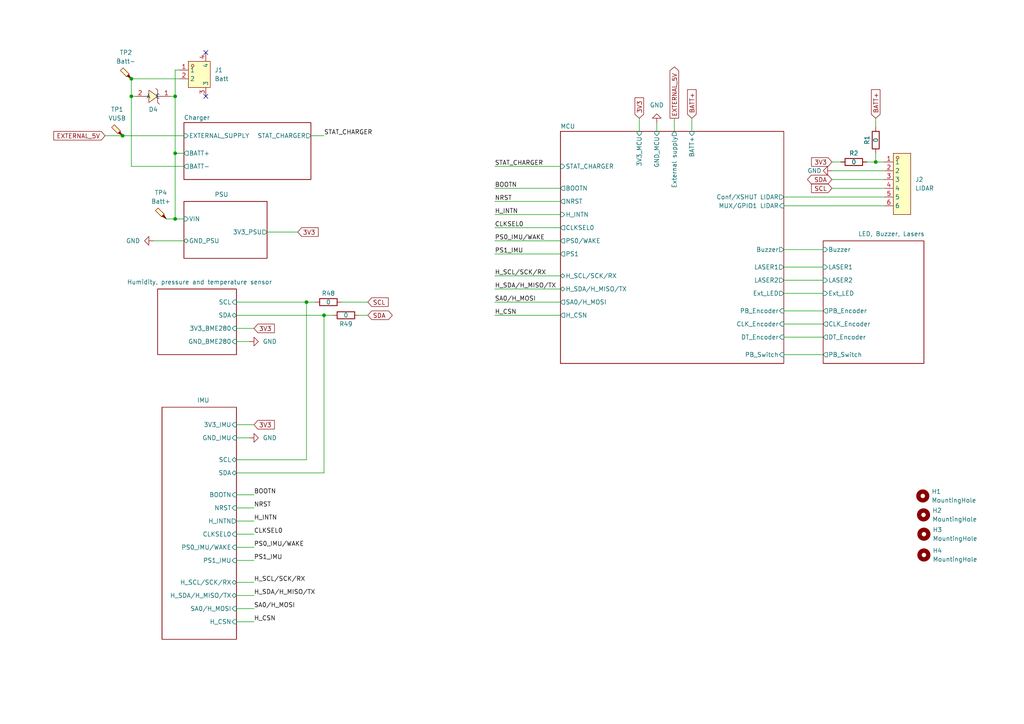
<source format=kicad_sch>
(kicad_sch (version 20250114) (generator "eeschema") (generator_version "9.0")
  (paper "A4")
  (lib_symbols
    (symbol "Connector:TestPoint_Probe" (pin_numbers (hide yes)) (pin_names (offset 0.762) (hide yes))
      (property "Reference" "TP" (at 1.651 5.842 0))
      (property "Value" "TestPoint_Probe" (at 1.651 4.064 0))
      (symbol "TestPoint_Probe_0_1"
        (polyline (pts (xy 1.27 0.762) (xy 0 0) (xy 0.762 1.27) (xy 1.27 0.762)) (fill (type outline)))
        (polyline (pts (xy 1.397 0.635) (xy 0.635 1.397) (xy 2.413 3.175) (xy 3.175 2.413) (xy 1.397 0.635)) (fill (type background)))
      )
      (symbol "TestPoint_Probe_1_1"
        (pin passive line (at 0 0 90) (length 0) (name "1") (number "1"))
      )
    )
    (symbol "Device:R" (pin_numbers (hide yes)) (pin_names (offset 0))
      (property "Reference" "R" (at 2.032 0 90))
      (property "Value" "R" (at 0 0 90))
      (symbol "R_0_1"
        (rectangle (start -1.016 -2.54) (end 1.016 2.54) (stroke (width 0.254)))
      )
      (symbol "R_1_1"
        (pin passive line (at 0 3.81 270) (length 1.27) (name "~") (number "1"))
        (pin passive line (at 0 -3.81 90) (length 1.27) (name "~") (number "2"))
      )
    )
    (symbol "Mechanical:MountingHole" (pin_names (offset 1.016)) (exclude_from_sim yes) (in_bom no)
      (property "Reference" "H" (at 0 5.08 0))
      (property "Value" "MountingHole" (at 0 3.175 0))
      (symbol "MountingHole_0_1"
        (circle (center 0 0) (radius 1.27) (stroke (width 1.27)))
      )
    )
    (symbol "easyeda2kicad:BX-MX1.25-6PZZ-Y"
      (property "Reference" "CN" (at 0 11.43 0))
      (property "Value" "BX-MX1.25-6PZZ-Y" (at 0 -11.43 0))
      (symbol "BX-MX1.25-6PZZ-Y_0_1"
        (rectangle (start -2.54 8.89) (end 2.54 -8.89) (fill (type background)))
        (circle (center -1.27 7.62) (radius 0.38))
        (pin unspecified line (at -5.08 6.35 0) (length 2.54) (name "1") (number "1"))
        (pin unspecified line (at -5.08 3.81 0) (length 2.54) (name "2") (number "2"))
        (pin unspecified line (at -5.08 1.27 0) (length 2.54) (name "3") (number "3"))
        (pin unspecified line (at -5.08 -1.27 0) (length 2.54) (name "4") (number "4"))
        (pin unspecified line (at -5.08 -3.81 0) (length 2.54) (name "5") (number "5"))
        (pin unspecified line (at -5.08 -6.35 0) (length 2.54) (name "6") (number "6"))
      )
    )
    (symbol "easyeda2kicad:S2B-PH-SM4-TB(LF)(SN)"
      (property "Reference" "CN" (at 0 11.43 0))
      (property "Value" "S2B-PH-SM4-TB(LF)(SN)" (at 0 -11.43 0))
      (symbol "S2B-PH-SM4-TB(LF)(SN)_0_1"
        (rectangle (start -1.27 3.81) (end 5.08 -3.81) (fill (type background)))
        (circle (center 0 2.54) (radius 0.38))
        (pin unspecified line (at -3.81 1.27 0) (length 2.54) (name "1") (number "1"))
        (pin unspecified line (at -3.81 -1.27 0) (length 2.54) (name "2") (number "2"))
        (pin unspecified line (at 3.81 6.35 270) (length 2.54) (name "4") (number "4"))
        (pin unspecified line (at 3.81 -6.35 90) (length 2.54) (name "3") (number "3"))
      )
    )
    (symbol "easyeda2kicad:SLESD4V5S"
      (property "Reference" "D" (at 0 5.08 0))
      (property "Value" "SLESD4V5S" (at 0 -5.08 0))
      (symbol "SLESD4V5S_0_1"
        (polyline (pts (xy -1.78 2.29) (xy -1.78 2.29) (xy -1.27 1.78) (xy -1.27 -1.78) (xy -0.76 -2.29) (xy -0.76 -2.29)))
        (polyline (pts (xy -1.27 0) (xy -2.54 0)))
        (polyline (pts (xy 1.27 1.78) (xy -1.27 0) (xy 1.27 -1.78) (xy 1.27 1.78)) (fill (type background)))
        (polyline (pts (xy 2.54 0) (xy 1.27 0)))
        (pin unspecified line (at -5.08 0 0) (length 2.54) (name "C") (number "1"))
        (pin unspecified line (at 5.08 0 180) (length 2.54) (name "A") (number "2"))
      )
    )
    (symbol "power:GND" (power) (pin_numbers (hide yes)) (pin_names (offset 0) (hide yes))
      (property "Value" "GND" (at 0 -3.81 0))
      (symbol "GND_0_1"
        (polyline (pts (xy 0 0) (xy 0 -1.27) (xy 1.27 -1.27) (xy 0 -2.54) (xy -1.27 -1.27) (xy 0 -1.27)))
      )
      (symbol "GND_1_1"
        (pin power_in line (at 0 0 270) (length 0) (name "~") (number "1"))
      )
    )
  )
  (junction (at 50.8 27.94))
  (junction (at 38.1 22.86))
  (junction (at 50.8 44.45))
  (junction (at 38.1 27.94))
  (junction (at 35.56 39.37))
  (junction (at 93.98 91.44))
  (junction (at 254 46.99))
  (junction (at 50.8 63.5))
  (junction (at 88.9 87.63))
  (no_connect (at 59.69 27.94))
  (no_connect (at 59.69 15.24))
  (wire (pts (xy 68.58 172.72) (xy 73.66 172.72)))
  (wire (pts (xy 68.58 91.44) (xy 93.98 91.44)))
  (wire (pts (xy 227.33 72.39) (xy 238.76 72.39)))
  (wire (pts (xy 254 34.29) (xy 254 36.83)))
  (wire (pts (xy 227.33 57.15) (xy 256.54 57.15)))
  (wire (pts (xy 143.51 62.23) (xy 162.56 62.23)))
  (wire (pts (xy 68.58 95.25) (xy 73.66 95.25)))
  (wire (pts (xy 88.9 87.63) (xy 91.44 87.63)))
  (wire (pts (xy 68.58 151.13) (xy 73.66 151.13)))
  (wire (pts (xy 68.58 99.06) (xy 72.39 99.06)))
  (wire (pts (xy 143.51 87.63) (xy 162.56 87.63)))
  (wire (pts (xy 50.8 20.32) (xy 50.8 27.94)))
  (wire (pts (xy 77.47 67.31) (xy 86.36 67.31)))
  (wire (pts (xy 93.98 91.44) (xy 96.52 91.44)))
  (wire (pts (xy 52.07 20.32) (xy 50.8 20.32)))
  (wire (pts (xy 44.45 69.85) (xy 53.34 69.85)))
  (wire (pts (xy 190.5 35.56) (xy 190.5 38.1)))
  (wire (pts (xy 68.58 158.75) (xy 73.66 158.75)))
  (wire (pts (xy 68.58 176.53) (xy 73.66 176.53)))
  (wire (pts (xy 227.33 59.69) (xy 256.54 59.69)))
  (wire (pts (xy 68.58 133.35) (xy 88.9 133.35)))
  (wire (pts (xy 50.8 63.5) (xy 53.34 63.5)))
  (wire (pts (xy 68.58 168.91) (xy 73.66 168.91)))
  (wire (pts (xy 48.26 63.5) (xy 50.8 63.5)))
  (wire (pts (xy 68.58 180.34) (xy 73.66 180.34)))
  (wire (pts (xy 50.8 44.45) (xy 53.34 44.45)))
  (wire (pts (xy 38.1 22.86) (xy 38.1 27.94)))
  (wire (pts (xy 68.58 162.56) (xy 73.66 162.56)))
  (wire (pts (xy 143.51 91.44) (xy 162.56 91.44)))
  (wire (pts (xy 254 46.99) (xy 256.54 46.99)))
  (wire (pts (xy 227.33 93.98) (xy 238.76 93.98)))
  (wire (pts (xy 195.58 34.29) (xy 195.58 38.1)))
  (wire (pts (xy 227.33 102.87) (xy 238.76 102.87)))
  (wire (pts (xy 38.1 48.26) (xy 53.34 48.26)))
  (wire (pts (xy 99.06 87.63) (xy 106.68 87.63)))
  (wire (pts (xy 143.51 80.01) (xy 162.56 80.01)))
  (wire (pts (xy 104.14 91.44) (xy 106.68 91.44)))
  (wire (pts (xy 68.58 123.19) (xy 73.66 123.19)))
  (wire (pts (xy 90.17 39.37) (xy 93.98 39.37)))
  (wire (pts (xy 38.1 27.94) (xy 38.1 48.26)))
  (wire (pts (xy 251.46 46.99) (xy 254 46.99)))
  (wire (pts (xy 227.33 77.47) (xy 238.76 77.47)))
  (wire (pts (xy 68.58 137.16) (xy 93.98 137.16)))
  (wire (pts (xy 143.51 69.85) (xy 162.56 69.85)))
  (wire (pts (xy 241.3 46.99) (xy 243.84 46.99)))
  (wire (pts (xy 38.1 27.94) (xy 39.37 27.94)))
  (wire (pts (xy 68.58 143.51) (xy 73.66 143.51)))
  (wire (pts (xy 68.58 147.32) (xy 73.66 147.32)))
  (wire (pts (xy 68.58 127) (xy 72.39 127)))
  (wire (pts (xy 241.3 49.53) (xy 256.54 49.53)))
  (wire (pts (xy 162.56 54.61) (xy 143.51 54.61)))
  (wire (pts (xy 143.51 66.04) (xy 162.56 66.04)))
  (wire (pts (xy 227.33 90.17) (xy 238.76 90.17)))
  (wire (pts (xy 227.33 81.28) (xy 238.76 81.28)))
  (wire (pts (xy 88.9 87.63) (xy 68.58 87.63)))
  (wire (pts (xy 49.53 27.94) (xy 50.8 27.94)))
  (wire (pts (xy 241.3 54.61) (xy 256.54 54.61)))
  (wire (pts (xy 50.8 27.94) (xy 50.8 44.45)))
  (wire (pts (xy 88.9 133.35) (xy 88.9 87.63)))
  (wire (pts (xy 241.3 52.07) (xy 256.54 52.07)))
  (wire (pts (xy 143.51 73.66) (xy 162.56 73.66)))
  (wire (pts (xy 254 44.45) (xy 254 46.99)))
  (wire (pts (xy 50.8 44.45) (xy 50.8 63.5)))
  (wire (pts (xy 200.66 34.29) (xy 200.66 38.1)))
  (wire (pts (xy 38.1 22.86) (xy 52.07 22.86)))
  (wire (pts (xy 93.98 91.44) (xy 93.98 137.16)))
  (wire (pts (xy 227.33 85.09) (xy 238.76 85.09)))
  (wire (pts (xy 143.51 58.42) (xy 162.56 58.42)))
  (wire (pts (xy 143.51 48.26) (xy 162.56 48.26)))
  (wire (pts (xy 227.33 97.79) (xy 238.76 97.79)))
  (wire (pts (xy 68.58 154.94) (xy 73.66 154.94)))
  (wire (pts (xy 185.42 34.29) (xy 185.42 38.1)))
  (wire (pts (xy 35.56 39.37) (xy 53.34 39.37)))
  (wire (pts (xy 30.48 39.37) (xy 35.56 39.37)))
  (wire (pts (xy 143.51 83.82) (xy 162.56 83.82)))
  (label "H_SCL{slash}SCK{slash}RX" (at 73.66 168.91 0))
  (label "SA0{slash}H_MOSI" (at 143.51 87.63 0))
  (label "PS0_IMU{slash}WAKE" (at 143.51 69.85 0))
  (label "H_CSN" (at 143.51 91.44 0))
  (label "NRST" (at 143.51 58.42 0))
  (label "H_INTN" (at 143.51 62.23 0))
  (label "STAT_CHARGER" (at 143.51 48.26 0))
  (label "PS1_IMU" (at 73.66 162.56 0))
  (label "CLKSEL0" (at 73.66 154.94 0))
  (label "NRST" (at 73.66 147.32 0))
  (label "H_INTN" (at 73.66 151.13 0))
  (label "PS0_IMU{slash}WAKE" (at 73.66 158.75 0))
  (label "CLKSEL0" (at 143.51 66.04 0))
  (label "H_SCL{slash}SCK{slash}RX" (at 143.51 80.01 0))
  (label "STAT_CHARGER" (at 93.98 39.37 0))
  (label "H_SDA{slash}H_MISO{slash}TX" (at 143.51 83.82 0))
  (label "H_CSN" (at 73.66 180.34 0))
  (label "PS1_IMU" (at 143.51 73.66 0))
  (label "H_SDA{slash}H_MISO{slash}TX" (at 73.66 172.72 0))
  (label "SA0{slash}H_MOSI" (at 73.66 176.53 0))
  (label "BOOTN" (at 73.66 143.51 0))
  (label "BOOTN" (at 143.51 54.61 0))
  (global_label "3V3" (shape input) (at 241.3 46.99 180) (property "Intersheetrefs" "${INTERSHEET_REFS}" (effects (hide yes))))
  (global_label "SDA" (shape bidirectional) (at 106.68 91.44 0) (property "Intersheetrefs" "${INTERSHEET_REFS}" (effects (hide yes))))
  (global_label "BATT+" (shape input) (at 200.66 34.29 90) (property "Intersheetrefs" "${INTERSHEET_REFS}" (effects (hide yes))))
  (global_label "3V3" (shape input) (at 73.66 95.25 0) (property "Intersheetrefs" "${INTERSHEET_REFS}" (effects (hide yes))))
  (global_label "3V3" (shape input) (at 185.42 34.29 90) (property "Intersheetrefs" "${INTERSHEET_REFS}" (effects (hide yes))))
  (global_label "SCL" (shape input) (at 106.68 87.63 0) (property "Intersheetrefs" "${INTERSHEET_REFS}" (effects (hide yes))))
  (global_label "3V3" (shape input) (at 86.36 67.31 0) (property "Intersheetrefs" "${INTERSHEET_REFS}" (effects (hide yes))))
  (global_label "EXTERNAL_5V" (shape input) (at 30.48 39.37 180) (property "Intersheetrefs" "${INTERSHEET_REFS}" (effects (hide yes))))
  (global_label "SCL" (shape input) (at 241.3 54.61 180) (property "Intersheetrefs" "${INTERSHEET_REFS}" (effects (hide yes))))
  (global_label "BATT+" (shape input) (at 254 34.29 90) (property "Intersheetrefs" "${INTERSHEET_REFS}" (effects (hide yes))))
  (global_label "EXTERNAL_5V" (shape output) (at 195.58 34.29 90) (property "Intersheetrefs" "${INTERSHEET_REFS}" (effects (hide yes))))
  (global_label "SDA" (shape bidirectional) (at 241.3 52.07 180) (property "Intersheetrefs" "${INTERSHEET_REFS}" (effects (hide yes))))
  (global_label "3V3" (shape input) (at 73.66 123.19 0) (property "Intersheetrefs" "${INTERSHEET_REFS}" (effects (hide yes))))
  (symbol (lib_id "easyeda2kicad:BX-MX1.25-6PZZ-Y") (at 261.62 53.34 0) (unit 1)
    (property "Reference" "J2" (at 265.43 52.0699 0) (effects (justify left)))
    (property "Value" "LIDAR" (at 265.43 54.6099 0) (effects (justify left)))
    (property "Footprint" "easyeda2kicad:CONN-TH_6P-P1.25_BX-MX1.25-6PZZ" (effects (hide yes)))
    (property "LCSC Part" "C22388452" (effects (hide yes)))
  )
  (symbol (lib_id "easyeda2kicad:S2B-PH-SM4-TB(LF)(SN)") (at 55.88 21.59 0) (unit 1)
    (property "Reference" "J1" (at 62.23 20.3199 0) (effects (justify left)))
    (property "Value" "Batt" (at 62.23 22.8599 0) (effects (justify left)))
    (property "Footprint" "easyeda2kicad:CONN-SMD_P2.00_S2B-PH-SM4-TB-LF-SN" (effects (hide yes)))
    (property "Datasheet" "https://lcsc.com/product-detail/_JST-Sales-America_S2B-PH-SM4-TB-LF-SN_JST-Sales-America-S2B-PH-SM4-TB-LF-SN_C295747.html" (effects (hide yes)))
    (property "Description" "S2B-PH-SM4-TB(LF)(SN)" (effects (hide yes)))
    (property "LCSC Part" "C295747" (effects (hide yes)))
  )
  (symbol (lib_id "power:GND") (at 72.39 127 90) (unit 1)
    (property "Reference" "#PWR03" (effects (hide yes)))
    (property "Value" "GND" (at 76.2 126.9999 90) (effects (justify right)))
    (property "Description" "Power symbol creates a global label with name \"GND\" , ground" (effects (hide yes)))
  )
  (symbol (lib_id "power:GND") (at 44.45 69.85 270) (unit 1)
    (property "Reference" "#PWR01" (effects (hide yes)))
    (property "Value" "GND" (at 40.64 69.8499 90) (effects (justify right)))
    (property "Description" "Power symbol creates a global label with name \"GND\" , ground" (effects (hide yes)))
  )
  (symbol (lib_id "Mechanical:MountingHole") (at 267.97 160.9711 0) (unit 1) (exclude_from_sim yes) (in_bom no)
    (property "Reference" "H4" (at 270.51 159.701 0) (effects (justify left)))
    (property "Value" "MountingHole" (at 270.51 162.241 0) (effects (justify left)))
    (property "Footprint" "MountingHole:MountingHole_3.2mm_M3_DIN965_Pad" (effects (hide yes)))
    (property "Description" "Mounting Hole without connection" (effects (hide yes)))
  )
  (symbol (lib_id "Mechanical:MountingHole") (at 267.97 154.94 0) (unit 1) (exclude_from_sim yes) (in_bom no)
    (property "Reference" "H3" (at 270.51 153.6699 0) (effects (justify left)))
    (property "Value" "MountingHole" (at 270.51 156.2099 0) (effects (justify left)))
    (property "Footprint" "MountingHole:MountingHole_3.2mm_M3_DIN965_Pad" (effects (hide yes)))
    (property "Description" "Mounting Hole without connection" (effects (hide yes)))
  )
  (symbol (lib_id "easyeda2kicad:SLESD4V5S") (at 44.45 27.94 180) (unit 1)
    (property "Reference" "D4" (at 44.45 31.75 0))
    (property "Value" "SLESD4V5S" (effects (hide yes)))
    (property "Footprint" "easyeda2kicad:SOD-323_L1.7-W1.3-LS2.6-RD-1" (effects (hide yes)))
    (property "LCSC Part" "C5155454" (effects (hide yes)))
  )
  (symbol (lib_id "Mechanical:MountingHole") (at 267.647 143.8471 0) (unit 1) (exclude_from_sim yes) (in_bom no)
    (property "Reference" "H1" (at 270.187 142.577 0) (effects (justify left)))
    (property "Value" "MountingHole" (at 270.187 145.117 0) (effects (justify left)))
    (property "Footprint" "MountingHole:MountingHole_3.2mm_M3_DIN965_Pad" (effects (hide yes)))
    (property "Description" "Mounting Hole without connection" (effects (hide yes)))
  )
  (symbol (lib_id "Connector:TestPoint_Probe") (at 35.56 39.37 90) (unit 1)
    (property "Reference" "TP1" (at 33.9725 31.75 90))
    (property "Value" "VUSB" (at 33.9725 34.29 90))
    (property "Footprint" "TestPoint:TestPoint_Pad_D1.0mm" (effects (hide yes)))
    (property "Description" "test point (alternative probe-style design)" (effects (hide yes)))
  )
  (symbol (lib_id "Mechanical:MountingHole") (at 267.8623 149.3397 0) (unit 1) (exclude_from_sim yes) (in_bom no)
    (property "Reference" "H2" (at 270.4023 148.0696 0) (effects (justify left)))
    (property "Value" "MountingHole" (at 270.4023 150.6096 0) (effects (justify left)))
    (property "Footprint" "MountingHole:MountingHole_3.2mm_M3_DIN965_Pad" (effects (hide yes)))
    (property "Description" "Mounting Hole without connection" (effects (hide yes)))
  )
  (symbol (lib_id "Connector:TestPoint_Probe") (at 48.26 63.5 90) (unit 1)
    (property "Reference" "TP4" (at 46.6725 55.88 90))
    (property "Value" "Batt+" (at 46.6725 58.42 90))
    (property "Footprint" "TestPoint:TestPoint_Pad_D1.0mm" (effects (hide yes)))
    (property "Description" "test point (alternative probe-style design)" (effects (hide yes)))
  )
  (symbol (lib_id "power:GND") (at 190.5 35.56 180) (unit 1)
    (property "Reference" "#PWR04" (effects (hide yes)))
    (property "Value" "GND" (at 190.5 30.48 0))
    (property "Description" "Power symbol creates a global label with name \"GND\" , ground" (effects (hide yes)))
  )
  (symbol (lib_id "Device:R") (at 100.33 91.44 90) (unit 1) (exclude_from_sim yes) (in_bom no)
    (property "Reference" "R49" (at 100.33 93.98 90))
    (property "Value" "0" (at 100.33 91.44 90))
    (property "Footprint" "easyeda2kicad:R0603" (effects (hide yes)))
    (property "LCSC Part" "C21189" (effects (hide yes)))
  )
  (symbol (lib_id "Connector:TestPoint_Probe") (at 38.1 22.86 90) (unit 1)
    (property "Reference" "TP2" (at 36.5125 15.24 90))
    (property "Value" "Batt-" (at 36.5125 17.78 90))
    (property "Footprint" "TestPoint:TestPoint_Pad_1.0x1.0mm" (effects (hide yes)))
    (property "Description" "test point (alternative probe-style design)" (effects (hide yes)))
  )
  (symbol (lib_id "Device:R") (at 254 40.64 180) (unit 1)
    (property "Reference" "R1" (at 251.46 40.64 90))
    (property "Value" "0" (at 254 40.64 90))
    (property "Footprint" "easyeda2kicad:R0603" (effects (hide yes)))
    (property "LCSC Part" "C21189" (effects (hide yes)))
  )
  (symbol (lib_id "Device:R") (at 247.65 46.99 90) (unit 1) (exclude_from_sim yes) (in_bom no)
    (property "Reference" "R2" (at 247.65 44.45 90))
    (property "Value" "0" (at 247.65 46.99 90))
    (property "Footprint" "easyeda2kicad:R0603" (effects (hide yes)))
    (property "LCSC Part" "C21189" (effects (hide yes)))
  )
  (symbol (lib_id "Device:R") (at 95.25 87.63 90) (unit 1) (exclude_from_sim yes) (in_bom no)
    (property "Reference" "R48" (at 95.25 85.09 90))
    (property "Value" "0" (at 95.25 87.63 90))
    (property "Footprint" "easyeda2kicad:R0603" (effects (hide yes)))
    (property "LCSC Part" "C21189" (effects (hide yes)))
  )
  (symbol (lib_id "power:GND") (at 241.3 49.53 270) (unit 1)
    (property "Reference" "#PWR05" (effects (hide yes)))
    (property "Value" "GND" (at 236.22 49.53 90))
    (property "Description" "Power symbol creates a global label with name \"GND\" , ground" (effects (hide yes)))
  )
  (symbol (lib_id "power:GND") (at 72.39 99.06 90) (unit 1)
    (property "Reference" "#PWR02" (effects (hide yes)))
    (property "Value" "GND" (at 76.2 99.0599 90) (effects (justify right)))
    (property "Description" "Power symbol creates a global label with name \"GND\" , ground" (effects (hide yes)))
  )
  (sheet (at 45.72 83.82) (size 22.86 19.05) (stroke (width 0.1524))
    (property "Sheetname" "Humidity, pressure and temperature sensor" (at 36.83 82.55 0) (effects (justify left bottom)))
    (property "Sheetfile" "Schematic_sheet/BME280.kicad_sch" (effects (hide yes)))
    (pin "SCL" input (at 68.58 87.63 0))
    (pin "3V3_BME280" input (at 68.58 95.25 0))
    (pin "GND_BME280" input (at 68.58 99.06 0))
    (pin "SDA" bidirectional (at 68.58 91.44 0))
  )
  (sheet (at 162.56 38.1) (size 64.77 67.31) (stroke (width 0.1524))
    (property "Sheetname" "MCU" (at 162.56 37.3884 0) (effects (justify left bottom)))
    (property "Sheetfile" "Schematic_sheet/mcu.kicad_sch" (effects (hide yes)))
    (pin "GND_MCU" input (at 190.5 38.1 90))
    (pin "3V3_MCU" input (at 185.42 38.1 90))
    (pin "STAT_CHARGER" input (at 162.56 48.26 180))
    (pin "BATT+" input (at 200.66 38.1 90))
    (pin "BOOTN" output (at 162.56 54.61 180))
    (pin "H_SCL{slash}SCK{slash}RX" bidirectional (at 162.56 80.01 180))
    (pin "PS0{slash}WAKE" output (at 162.56 69.85 180))
    (pin "NRST" output (at 162.56 58.42 180))
    (pin "H_INTN" input (at 162.56 62.23 180))
    (pin "PS1" output (at 162.56 73.66 180))
    (pin "H_SDA{slash}H_MISO{slash}TX" bidirectional (at 162.56 83.82 180))
    (pin "SA0{slash}H_MOSI" output (at 162.56 87.63 180))
    (pin "H_CSN" output (at 162.56 91.44 180))
    (pin "CLKSEL0" output (at 162.56 66.04 180))
    (pin "Ext_LED" output (at 227.33 85.09 0))
    (pin "Buzzer" output (at 227.33 72.39 0))
    (pin "LASER2" output (at 227.33 81.28 0))
    (pin "LASER1" output (at 227.33 77.47 0))
    (pin "MUX{slash}GPIO1 LIDAR" input (at 227.33 59.69 0))
    (pin "Conf{slash}XSHUT LIDAR" output (at 227.33 57.15 0))
    (pin "External supply" output (at 195.58 38.1 90))
    (pin "PB_Switch" input (at 227.33 102.87 0))
    (pin "DT_Encoder" input (at 227.33 97.79 0))
    (pin "PB_Encoder" input (at 227.33 90.17 0))
    (pin "CLK_Encoder" input (at 227.33 93.98 0))
  )
  (sheet (at 46.99 118.11) (size 21.59 67.31) (stroke (width 0.1524))
    (property "Sheetname" "IMU" (at 57.15 116.84 0) (effects (justify left bottom)))
    (property "Sheetfile" "BNO085.kicad_sch" (effects (hide yes)))
    (pin "3V3_IMU" input (at 68.58 123.19 0))
    (pin "GND_IMU" input (at 68.58 127 0))
    (pin "SDA" bidirectional (at 68.58 137.16 0))
    (pin "SCL" bidirectional (at 68.58 133.35 0))
    (pin "H_SDA{slash}H_MISO{slash}TX" bidirectional (at 68.58 172.72 0))
    (pin "CLKSEL0" input (at 68.58 154.94 0))
    (pin "SA0{slash}H_MOSI" input (at 68.58 176.53 0))
    (pin "H_SCL{slash}SCK{slash}RX" bidirectional (at 68.58 168.91 0))
    (pin "H_INTN" output (at 68.58 151.13 0))
    (pin "NRST" input (at 68.58 147.32 0))
    (pin "BOOTN" input (at 68.58 143.51 0))
    (pin "H_CSN" input (at 68.58 180.34 0))
    (pin "PS0_IMU{slash}WAKE" input (at 68.58 158.75 0))
    (pin "PS1_IMU" input (at 68.58 162.56 0))
  )
  (sheet (at 53.34 35.56) (size 36.83 16.51) (stroke (width 0.1524))
    (property "Sheetname" "Charger" (at 53.34 34.8484 0) (effects (justify left bottom)))
    (property "Sheetfile" "Schematic_sheet/MCP73831_1S_charger.kicad_sch" (effects (hide yes)))
    (pin "EXTERNAL_SUPPLY" input (at 53.34 39.37 180))
    (pin "STAT_CHARGER" output (at 90.17 39.37 0))
    (pin "BATT-" output (at 53.34 48.26 180))
    (pin "BATT+" output (at 53.34 44.45 180))
  )
  (sheet (at 238.76 69.85) (size 29.21 35.56) (stroke (width 0.1524))
    (property "Sheetname" "LED, Buzzer, Lasers" (at 248.92 68.58 0) (effects (justify left bottom)))
    (property "Sheetfile" "Utilities.kicad_sch" (effects (hide yes)))
    (pin "LASER1" input (at 238.76 77.47 180))
    (pin "Buzzer" input (at 238.76 72.39 180))
    (pin "LASER2" input (at 238.76 81.28 180))
    (pin "Ext_LED" input (at 238.76 85.09 180))
    (pin "DT_Encoder" output (at 238.76 97.79 180))
    (pin "PB_Switch" output (at 238.76 102.87 180))
    (pin "CLK_Encoder" output (at 238.76 93.98 180))
    (pin "PB_Encoder" output (at 238.76 90.17 180))
  )
  (sheet (at 53.34 58.42) (size 24.13 16.51) (stroke (width 0.1524))
    (property "Sheetname" "PSU" (at 62.23 57.15 0) (effects (justify left bottom)))
    (property "Sheetfile" "Schematic_sheet/TPS63000_1A_3.3V.kicad_sch" (effects (hide yes)))
    (pin "3V3_PSU" output (at 77.47 67.31 0))
    (pin "VIN" input (at 53.34 63.5 180))
    (pin "GND_PSU" bidirectional (at 53.34 69.85 180))
  )
)
</source>
